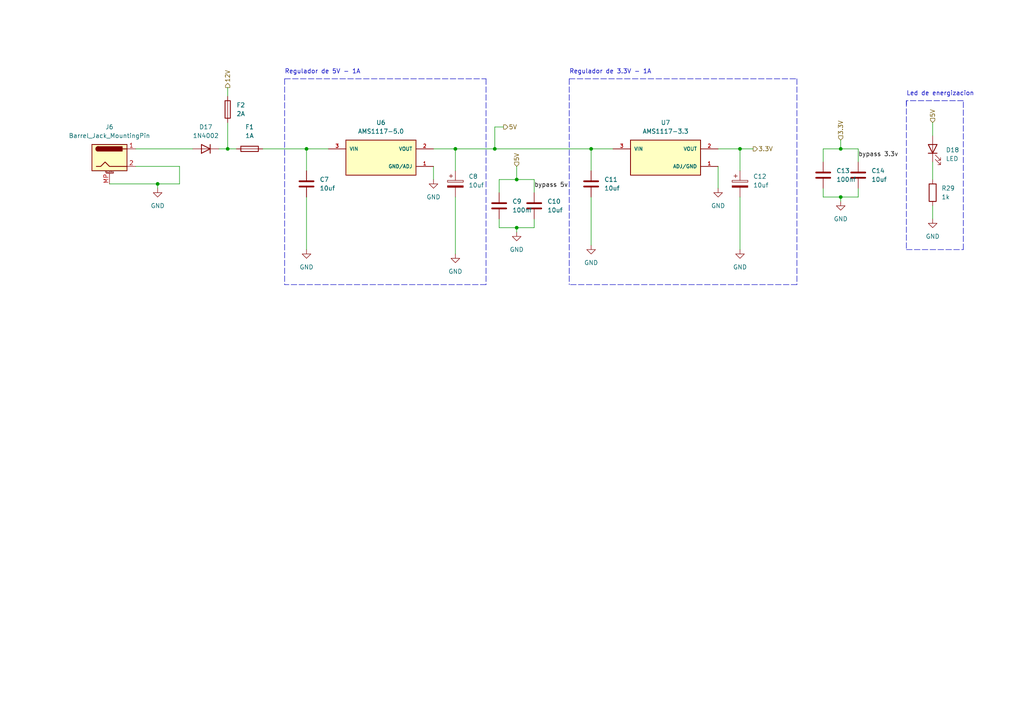
<source format=kicad_sch>
(kicad_sch (version 20211123) (generator eeschema)
  (paper "A4")
  (lib_symbols
    (symbol "AMS1117-3.3:AMS1117-3.3" (pin_names (offset 1.016))
      (property "Reference" "U" (at -10.1854 5.588 0))
      (property "Value" "AMS1117-3.3" (at -10.16 -8.128 0))
      (symbol "AMS1117-3.3_0_0"
        (rectangle (start -10.16 -5.08) (end 10.16 5.08) (stroke (width 0.254)) (fill (type background)))
        (pin power_in line (at 15.24 -2.54 180) (length 5.08) (name "ADJ/GND") (number "1"))
        (pin output line (at 15.24 2.54 180) (length 5.08) (name "VOUT") (number "2"))
        (pin input line (at -15.24 2.54 0) (length 5.08) (name "VIN") (number "3"))
      )
    )
    (symbol "AMS1117-5.0:AMS1117-5.0" (pin_names (offset 1.016))
      (property "Reference" "U" (at -10.16 5.588 0))
      (property "Value" "AMS1117-5.0" (at -10.16 -8.128 0))
      (symbol "AMS1117-5.0_0_0"
        (rectangle (start -10.16 -5.08) (end 10.16 5.08) (stroke (width 0.254)) (fill (type background)))
        (pin power_in line (at 15.24 -2.54 180) (length 5.08) (name "GND/ADJ") (number "1"))
        (pin output line (at 15.24 2.54 180) (length 5.08) (name "VOUT") (number "2"))
        (pin input line (at -15.24 2.54 0) (length 5.08) (name "VIN") (number "3"))
      )
    )
    (symbol "Connector:Barrel_Jack_MountingPin" (pin_names hide)
      (property "Reference" "J" (at 0 5.334 0))
      (property "Value" "Barrel_Jack_MountingPin" (at 1.27 -6.35 0))
      (symbol "Barrel_Jack_MountingPin_0_1"
        (rectangle (start -5.08 3.81) (end 5.08 -3.81) (stroke (width 0.254)) (fill (type background)))
        (arc (start -3.302 3.175) (mid -3.937 2.54) (end -3.302 1.905) (stroke (width 0.254)))
        (arc (start -3.302 3.175) (mid -3.937 2.54) (end -3.302 1.905) (stroke (width 0.254)) (fill (type outline)))
        (polyline (pts (xy 5.08 2.54) (xy 3.81 2.54)) (stroke (width 0.254)))
        (polyline (pts (xy -3.81 -2.54) (xy -2.54 -2.54) (xy -1.27 -1.27) (xy 0 -2.54) (xy 2.54 -2.54) (xy 5.08 -2.54)) (stroke (width 0.254)))
        (rectangle (start 3.683 3.175) (end -3.302 1.905) (stroke (width 0.254)) (fill (type outline)))
      )
      (symbol "Barrel_Jack_MountingPin_1_1"
        (polyline (pts (xy -1.016 -4.572) (xy 1.016 -4.572)) (stroke (width 0.1524)))
        (text "Mounting" (at 0 -4.191 0) (effects (font (size 0.381 0.381))))
        (pin passive line (at 7.62 2.54 180) (length 2.54) (name "~") (number "1"))
        (pin passive line (at 7.62 -2.54 180) (length 2.54) (name "~") (number "2"))
        (pin passive line (at 0 -7.62 90) (length 3.048) (name "MountPin") (number "MP"))
      )
    )
    (symbol "Device:C" (pin_numbers hide) (pin_names (offset 0.254))
      (property "Reference" "C" (at 0.635 2.54 0))
      (property "Value" "C" (at 0.635 -2.54 0))
      (symbol "C_0_1"
        (polyline (pts (xy -2.032 -0.762) (xy 2.032 -0.762)) (stroke (width 0.508)))
        (polyline (pts (xy -2.032 0.762) (xy 2.032 0.762)) (stroke (width 0.508)))
      )
      (symbol "C_1_1"
        (pin passive line (at 0 3.81 270) (length 2.794) (name "~") (number "1"))
        (pin passive line (at 0 -3.81 90) (length 2.794) (name "~") (number "2"))
      )
    )
    (symbol "Device:C_Polarized" (pin_numbers hide) (pin_names (offset 0.254))
      (property "Reference" "C" (at 0.635 2.54 0))
      (property "Value" "C_Polarized" (at 0.635 -2.54 0))
      (symbol "C_Polarized_0_1"
        (rectangle (start -2.286 0.508) (end 2.286 1.016))
        (polyline (pts (xy -1.778 2.286) (xy -0.762 2.286)))
        (polyline (pts (xy -1.27 2.794) (xy -1.27 1.778)))
        (rectangle (start 2.286 -0.508) (end -2.286 -1.016) (fill (type outline)))
      )
      (symbol "C_Polarized_1_1"
        (pin passive line (at 0 3.81 270) (length 2.794) (name "~") (number "1"))
        (pin passive line (at 0 -3.81 90) (length 2.794) (name "~") (number "2"))
      )
    )
    (symbol "Device:Fuse" (pin_numbers hide) (pin_names (offset 0))
      (property "Reference" "F" (at 2.032 0 90))
      (property "Value" "Fuse" (at -1.905 0 90))
      (symbol "Fuse_0_1"
        (rectangle (start -0.762 -2.54) (end 0.762 2.54) (stroke (width 0.254)))
        (polyline (pts (xy 0 2.54) (xy 0 -2.54)))
      )
      (symbol "Fuse_1_1"
        (pin passive line (at 0 3.81 270) (length 1.27) (name "~") (number "1"))
        (pin passive line (at 0 -3.81 90) (length 1.27) (name "~") (number "2"))
      )
    )
    (symbol "Device:LED" (pin_numbers hide) (pin_names (offset 1.016) hide)
      (property "Reference" "D" (at 0 2.54 0))
      (property "Value" "LED" (at 0 -2.54 0))
      (symbol "LED_0_1"
        (polyline (pts (xy -1.27 -1.27) (xy -1.27 1.27)) (stroke (width 0.254)))
        (polyline (pts (xy -1.27 0) (xy 1.27 0)))
        (polyline (pts (xy 1.27 -1.27) (xy 1.27 1.27) (xy -1.27 0) (xy 1.27 -1.27)) (stroke (width 0.254)))
        (polyline (pts (xy -3.048 -0.762) (xy -4.572 -2.286) (xy -3.81 -2.286) (xy -4.572 -2.286) (xy -4.572 -1.524)))
        (polyline (pts (xy -1.778 -0.762) (xy -3.302 -2.286) (xy -2.54 -2.286) (xy -3.302 -2.286) (xy -3.302 -1.524)))
      )
      (symbol "LED_1_1"
        (pin passive line (at -3.81 0 0) (length 2.54) (name "K") (number "1"))
        (pin passive line (at 3.81 0 180) (length 2.54) (name "A") (number "2"))
      )
    )
    (symbol "Device:R" (pin_numbers hide) (pin_names (offset 0))
      (property "Reference" "R" (at 2.032 0 90))
      (property "Value" "R" (at 0 0 90))
      (symbol "R_0_1"
        (rectangle (start -1.016 -2.54) (end 1.016 2.54) (stroke (width 0.254)))
      )
      (symbol "R_1_1"
        (pin passive line (at 0 3.81 270) (length 1.27) (name "~") (number "1"))
        (pin passive line (at 0 -3.81 90) (length 1.27) (name "~") (number "2"))
      )
    )
    (symbol "Diode:1N4002" (pin_numbers hide) (pin_names (offset 1.016) hide)
      (property "Reference" "D" (at 0 2.54 0))
      (property "Value" "1N4002" (at 0 -2.54 0))
      (symbol "1N4002_0_1"
        (polyline (pts (xy -1.27 1.27) (xy -1.27 -1.27)) (stroke (width 0.254)))
        (polyline (pts (xy 1.27 0) (xy -1.27 0)))
        (polyline (pts (xy 1.27 1.27) (xy 1.27 -1.27) (xy -1.27 0) (xy 1.27 1.27)) (stroke (width 0.254)))
      )
      (symbol "1N4002_1_1"
        (pin passive line (at -3.81 0 0) (length 2.54) (name "K") (number "1"))
        (pin passive line (at 3.81 0 180) (length 2.54) (name "A") (number "2"))
      )
    )
    (symbol "power:GND" (power) (pin_names (offset 0))
      (property "Value" "GND" (at 0 -3.81 0))
      (symbol "GND_0_1"
        (polyline (pts (xy 0 0) (xy 0 -1.27) (xy 1.27 -1.27) (xy 0 -2.54) (xy -1.27 -1.27) (xy 0 -1.27)))
      )
      (symbol "GND_1_1"
        (pin power_in line (at 0 0 270) (length 0) hide (name "GND") (number "1"))
      )
    )
  )
  (junction (at 143.51 43.18))
  (junction (at 214.63 43.18))
  (junction (at 149.86 66.04))
  (junction (at 88.9 43.18))
  (junction (at 243.84 43.18))
  (junction (at 66.04 43.18))
  (junction (at 171.45 43.18))
  (junction (at 45.72 53.34))
  (junction (at 132.08 43.18))
  (junction (at 243.84 57.15))
  (junction (at 149.86 52.07))
  (polyline (pts (xy 231.14 22.86) (xy 231.14 82.55)))
  (polyline (pts (xy 262.89 72.39) (xy 279.4 72.39)))
  (polyline (pts (xy 165.1 22.86) (xy 231.14 22.86)))
  (polyline (pts (xy 140.97 22.86) (xy 140.97 82.55)))
  (wire (pts (xy 144.78 52.07) (xy 149.86 52.07)))
  (wire (pts (xy 66.04 25.4) (xy 66.04 27.94)))
  (wire (pts (xy 171.45 57.15) (xy 171.45 71.12)))
  (wire (pts (xy 143.51 36.83) (xy 143.51 43.18)))
  (wire (pts (xy 238.76 43.18) (xy 243.84 43.18)))
  (wire (pts (xy 149.86 52.07) (xy 154.94 52.07)))
  (wire (pts (xy 125.73 43.18) (xy 132.08 43.18)))
  (wire (pts (xy 243.84 40.64) (xy 243.84 43.18)))
  (wire (pts (xy 248.92 46.99) (xy 248.92 43.18)))
  (polyline (pts (xy 262.89 29.21) (xy 262.89 72.39)))
  (wire (pts (xy 132.08 43.18) (xy 143.51 43.18)))
  (polyline (pts (xy 140.97 82.55) (xy 82.55 82.55)))
  (wire (pts (xy 149.86 48.26) (xy 149.86 52.07)))
  (wire (pts (xy 144.78 66.04) (xy 149.86 66.04)))
  (wire (pts (xy 143.51 43.18) (xy 171.45 43.18)))
  (polyline (pts (xy 279.4 72.39) (xy 279.4 29.21)))
  (polyline (pts (xy 82.55 22.86) (xy 82.55 82.55)))
  (wire (pts (xy 243.84 57.15) (xy 243.84 58.42)))
  (wire (pts (xy 270.51 35.56) (xy 270.51 39.37)))
  (wire (pts (xy 208.28 48.26) (xy 208.28 54.61)))
  (wire (pts (xy 146.05 36.83) (xy 143.51 36.83)))
  (wire (pts (xy 248.92 54.61) (xy 248.92 57.15)))
  (polyline (pts (xy 279.4 29.21) (xy 262.89 29.21)))
  (wire (pts (xy 144.78 63.5) (xy 144.78 66.04)))
  (wire (pts (xy 88.9 43.18) (xy 88.9 49.53)))
  (wire (pts (xy 243.84 57.15) (xy 248.92 57.15)))
  (wire (pts (xy 66.04 43.18) (xy 68.58 43.18)))
  (wire (pts (xy 208.28 43.18) (xy 214.63 43.18)))
  (wire (pts (xy 45.72 53.34) (xy 31.75 53.34)))
  (wire (pts (xy 66.04 35.56) (xy 66.04 43.18)))
  (wire (pts (xy 39.37 43.18) (xy 55.88 43.18)))
  (wire (pts (xy 52.07 53.34) (xy 45.72 53.34)))
  (wire (pts (xy 270.51 46.99) (xy 270.51 52.07)))
  (wire (pts (xy 149.86 66.04) (xy 149.86 67.31)))
  (wire (pts (xy 45.72 53.34) (xy 45.72 54.61)))
  (wire (pts (xy 88.9 57.15) (xy 88.9 72.39)))
  (wire (pts (xy 238.76 57.15) (xy 243.84 57.15)))
  (wire (pts (xy 76.2 43.18) (xy 88.9 43.18)))
  (polyline (pts (xy 165.1 22.86) (xy 165.1 82.55)))
  (wire (pts (xy 270.51 59.69) (xy 270.51 63.5)))
  (wire (pts (xy 238.76 46.99) (xy 238.76 43.18)))
  (polyline (pts (xy 262.89 29.21) (xy 262.89 30.48)))
  (wire (pts (xy 88.9 43.18) (xy 95.25 43.18)))
  (wire (pts (xy 52.07 48.26) (xy 52.07 53.34)))
  (wire (pts (xy 171.45 43.18) (xy 177.8 43.18)))
  (wire (pts (xy 63.5 43.18) (xy 66.04 43.18)))
  (polyline (pts (xy 82.55 22.86) (xy 140.97 22.86)))
  (wire (pts (xy 214.63 43.18) (xy 214.63 49.53)))
  (polyline (pts (xy 231.14 82.55) (xy 165.1 82.55)))
  (wire (pts (xy 171.45 43.18) (xy 171.45 49.53)))
  (wire (pts (xy 154.94 55.88) (xy 154.94 52.07)))
  (wire (pts (xy 39.37 48.26) (xy 52.07 48.26)))
  (wire (pts (xy 154.94 63.5) (xy 154.94 66.04)))
  (wire (pts (xy 214.63 57.15) (xy 214.63 72.39)))
  (wire (pts (xy 125.73 48.26) (xy 125.73 52.07)))
  (wire (pts (xy 214.63 43.18) (xy 218.44 43.18)))
  (wire (pts (xy 144.78 55.88) (xy 144.78 52.07)))
  (wire (pts (xy 243.84 43.18) (xy 248.92 43.18)))
  (wire (pts (xy 238.76 54.61) (xy 238.76 57.15)))
  (wire (pts (xy 149.86 66.04) (xy 154.94 66.04)))
  (wire (pts (xy 132.08 43.18) (xy 132.08 49.53)))
  (wire (pts (xy 132.08 57.15) (xy 132.08 73.66)))
  (text "Led de energizacion" (at 262.89 27.94 0) (effects (font (size 1.27 1.27)) (justify left bottom)))
  (text "Regulador de 5V - 1A" (at 82.55 21.59 0) (effects (font (size 1.27 1.27)) (justify left bottom)))
  (text "Regulador de 3.3V - 1A" (at 165.1 21.59 0) (effects (font (size 1.27 1.27)) (justify left bottom)))
  (label "bypass 5v" (at 154.94 54.61 0))
  (label "bypass 3.3v" (at 248.92 45.72 0))
  (hierarchical_label "5V" (shape input) (at 149.86 48.26 90))
  (hierarchical_label "3.3V" (shape output) (at 218.44 43.18 0))
  (hierarchical_label "12V" (shape output) (at 66.04 25.4 90))
  (hierarchical_label "5V" (shape output) (at 146.05 36.83 0))
  (hierarchical_label "5V" (shape input) (at 270.51 35.56 90))
  (hierarchical_label "3.3V" (shape input) (at 243.84 40.64 90))
  (symbol (lib_id "power:GND") (at 214.63 72.39 0) (unit 1)
    (property "Reference" "#PWR01" (effects hide))
    (property "Value" "GND" (at 214.63 77.47 0))
  )
  (symbol (lib_id "Device:C") (at 248.92 50.8 0) (unit 1)
    (property "Reference" "C14" (at 252.73 49.5299 0) (effects (justify left)))
    (property "Value" "10uf" (at 252.73 52.0699 0) (effects (justify left)))
    (property "Footprint" "Capacitor_SMD:C_1206_3216Metric_Pad1.33x1.80mm_HandSolder" (effects hide))
  )
  (symbol (lib_id "power:GND") (at 125.73 52.07 0) (unit 1)
    (property "Reference" "#PWR0111" (effects hide))
    (property "Value" "GND" (at 125.73 57.15 0))
  )
  (symbol (lib_id "Device:C") (at 171.45 53.34 0) (unit 1)
    (property "Reference" "C11" (at 175.26 52.0699 0) (effects (justify left)))
    (property "Value" "10uf" (at 175.26 54.6099 0) (effects (justify left)))
    (property "Footprint" "Capacitor_SMD:C_1206_3216Metric_Pad1.33x1.80mm_HandSolder" (effects hide))
  )
  (symbol (lib_id "power:GND") (at 88.9 72.39 0) (unit 1)
    (property "Reference" "#PWR0113" (effects hide))
    (property "Value" "GND" (at 88.9 77.47 0))
  )
  (symbol (lib_id "power:GND") (at 270.51 63.5 0) (unit 1)
    (property "Reference" "#PWR0114" (effects hide))
    (property "Value" "GND" (at 270.51 68.58 0))
  )
  (symbol (lib_id "power:GND") (at 132.08 73.66 0) (unit 1)
    (property "Reference" "#PWR0110" (effects hide))
    (property "Value" "GND" (at 132.08 78.74 0))
  )
  (symbol (lib_id "power:GND") (at 208.28 54.61 0) (unit 1)
    (property "Reference" "#PWR0107" (effects hide))
    (property "Value" "GND" (at 208.28 59.69 0))
  )
  (symbol (lib_id "Device:LED") (at 270.51 43.18 90) (unit 1)
    (property "Reference" "D18" (at 274.32 43.4974 90) (effects (justify right)))
    (property "Value" "LED" (at 274.32 46.0374 90) (effects (justify right)))
    (property "Footprint" "LED_SMD:LED_1206_3216Metric_Pad1.42x1.75mm_HandSolder" (effects hide))
  )
  (symbol (lib_id "Device:C_Polarized") (at 214.63 53.34 0) (unit 1)
    (property "Reference" "C12" (at 218.44 51.1809 0) (effects (justify left)))
    (property "Value" "10uf" (at 218.44 53.7209 0) (effects (justify left)))
    (property "Footprint" "Capacitor_SMD:CP_Elec_6.3x5.4" (effects hide))
  )
  (symbol (lib_id "Connector:Barrel_Jack_MountingPin") (at 31.75 45.72 0) (unit 1)
    (property "Reference" "J6" (at 31.75 36.83 0))
    (property "Value" "Barrel_Jack_MountingPin" (at 31.75 39.37 0))
    (property "Footprint" "Connector_BarrelJack:BarrelJack_Horizontal" (effects hide))
  )
  (symbol (lib_id "power:GND") (at 243.84 58.42 0) (unit 1)
    (property "Reference" "#PWR0115" (effects hide))
    (property "Value" "GND" (at 243.84 63.5 0))
  )
  (symbol (lib_id "Device:C_Polarized") (at 132.08 53.34 0) (unit 1)
    (property "Reference" "C8" (at 135.89 51.1809 0) (effects (justify left)))
    (property "Value" "10uf" (at 135.89 53.7209 0) (effects (justify left)))
    (property "Footprint" "Capacitor_SMD:CP_Elec_6.3x5.4" (effects hide))
  )
  (symbol (lib_id "Diode:1N4002") (at 59.69 43.18 180) (unit 1)
    (property "Reference" "D17" (at 59.69 36.83 0))
    (property "Value" "1N4002" (at 59.69 39.37 0))
    (property "Footprint" "Diode_SMD:D_SOD-128" (effects hide))
    (property "Datasheet" "http://www.vishay.com/docs/88503/1n4001.pdf" (effects hide))
  )
  (symbol (lib_id "AMS1117-5.0:AMS1117-5.0") (at 110.49 45.72 0) (unit 1)
    (property "Reference" "U6" (at 110.49 35.56 0))
    (property "Value" "AMS1117-5.0" (at 110.49 38.1 0))
    (property "Footprint" "Package_TO_SOT_SMD:SOT-223" (effects hide))
    (property "STANDARD" "IPC-7351B" (effects hide))
    (property "PARTREV" "N/A" (effects hide))
    (property "MAXIMUM_PACKAGE_HEIGHT" "1.80mm" (effects hide))
    (property "MANUFACTURER" "Advanced Monolithic Systems" (effects hide))
  )
  (symbol (lib_id "Device:C") (at 144.78 59.69 0) (unit 1)
    (property "Reference" "C9" (at 148.59 58.4199 0) (effects (justify left)))
    (property "Value" "100nf" (at 148.59 60.9599 0) (effects (justify left)))
    (property "Footprint" "Capacitor_SMD:C_1206_3216Metric_Pad1.33x1.80mm_HandSolder" (effects hide))
  )
  (symbol (lib_id "Device:C") (at 238.76 50.8 0) (unit 1)
    (property "Reference" "C13" (at 242.57 49.5299 0) (effects (justify left)))
    (property "Value" "100nf" (at 242.57 52.0699 0) (effects (justify left)))
    (property "Footprint" "Capacitor_SMD:C_1206_3216Metric_Pad1.33x1.80mm_HandSolder" (effects hide))
  )
  (symbol (lib_id "power:GND") (at 149.86 67.31 0) (unit 1)
    (property "Reference" "#PWR0109" (effects hide))
    (property "Value" "GND" (at 149.86 72.39 0))
  )
  (symbol (lib_id "Device:C") (at 88.9 53.34 0) (unit 1)
    (property "Reference" "C7" (at 92.71 52.0699 0) (effects (justify left)))
    (property "Value" "10uf" (at 92.71 54.6099 0) (effects (justify left)))
    (property "Footprint" "Capacitor_SMD:C_1206_3216Metric_Pad1.33x1.80mm_HandSolder" (effects hide))
  )
  (symbol (lib_id "Device:C") (at 154.94 59.69 0) (unit 1)
    (property "Reference" "C10" (at 158.75 58.4199 0) (effects (justify left)))
    (property "Value" "10uf" (at 158.75 60.9599 0) (effects (justify left)))
    (property "Footprint" "Capacitor_SMD:C_1206_3216Metric_Pad1.33x1.80mm_HandSolder" (effects hide))
  )
  (symbol (lib_id "Device:R") (at 270.51 55.88 0) (unit 1)
    (property "Reference" "R29" (at 273.05 54.6099 0) (effects (justify left)))
    (property "Value" "1k" (at 273.05 57.1499 0) (effects (justify left)))
    (property "Footprint" "Resistor_SMD:R_1206_3216Metric_Pad1.30x1.75mm_HandSolder" (effects hide))
  )
  (symbol (lib_id "Device:Fuse") (at 66.04 31.75 180) (unit 1)
    (property "Reference" "F2" (at 68.58 30.4799 0) (effects (justify right)))
    (property "Value" "2A" (at 68.58 33.0199 0) (effects (justify right)))
    (property "Footprint" "Fuse:Fuse_1206_3216Metric_Pad1.42x1.75mm_HandSolder" (effects hide))
  )
  (symbol (lib_id "power:GND") (at 45.72 54.61 0) (unit 1)
    (property "Reference" "#PWR0112" (effects hide))
    (property "Value" "GND" (at 45.72 59.69 0))
  )
  (symbol (lib_id "AMS1117-3.3:AMS1117-3.3") (at 193.04 45.72 0) (unit 1)
    (property "Reference" "U7" (at 193.04 35.56 0))
    (property "Value" "AMS1117-3.3" (at 193.04 38.1 0))
    (property "Footprint" "Package_TO_SOT_SMD:SOT-223" (effects hide))
    (property "PARTREV" "NA" (effects hide))
    (property "STANDARD" "IPC-7351B" (effects hide))
    (property "PACKAGE" "SOT-223 ams" (effects hide))
    (property "MP" "AMS1117-3.3" (effects hide))
    (property "AVAILABILITY" "Unavailable" (effects hide))
    (property "PRICE" "None" (effects hide))
    (property "MANUFACTURER" "Advanced Mololithic Systems" (effects hide))
  )
  (symbol (lib_id "power:GND") (at 171.45 71.12 0) (unit 1)
    (property "Reference" "#PWR0108" (effects hide))
    (property "Value" "GND" (at 171.45 76.2 0))
  )
  (symbol (lib_id "Device:Fuse") (at 72.39 43.18 90) (unit 1)
    (property "Reference" "F1" (at 72.39 36.83 90))
    (property "Value" "1A" (at 72.39 39.37 90))
    (property "Footprint" "Fuse:Fuse_1206_3216Metric_Pad1.42x1.75mm_HandSolder" (effects hide))
  )
)
</source>
